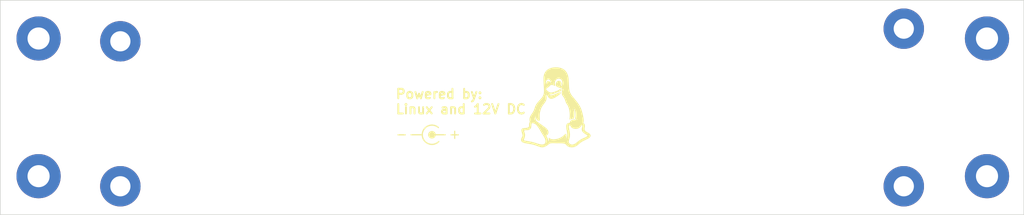
<source format=kicad_pcb>
(kicad_pcb (version 20240108) (generator "pcbnew") (generator_version "8.0")
  (layers (0 "F.Cu" signal) (31 "B.Cu" signal) (34 "B.Paste" user) (35 "F.Paste" user) (36 "B.SilkS" user "B.Silkscreen") (37 "F.SilkS" user "F.Silkscreen") (38 "B.Mask" user) (39 "F.Mask" user) (44 "Edge.Cuts" user))
  (net 0 "")
  (footprint "MountingHole:MountingHole_3.2mm_M3_Pad" (layer "F.Cu") (at 211.364 102.946)
    (property "Reference" "H4" (hide yes))
    (property "Value" "MountingHole" (hide yes))
    (pad "1" thru_hole circle (at 0 0) (size 6.4 6.4) (drill 3.2) (layers "*.Cu" "*.Mask"))
  )
  (footprint "MountingHole:MountingHole_3.5mm_Pad" (layer "F.Cu") (at 74.422 79.502)
    (property "Reference" "H7" (hide yes))
    (property "Value" "MountingHole" (hide yes))
    (pad "1" thru_hole circle (at 0 0) (size 7 7) (drill 3.5) (layers "*.Cu" "*.Mask"))
  )
  (footprint "MountingHole:MountingHole_3.2mm_M3_Pad" (layer "F.Cu") (at 211.364 77.946)
    (property "Reference" "H3" (hide yes))
    (property "Value" "MountingHole" (hide yes))
    (pad "1" thru_hole circle (at 0 0) (size 6.4 6.4) (drill 3.2) (layers "*.Cu" "*.Mask"))
  )
  (footprint "MountingHole:MountingHole_3.5mm_Pad" (layer "F.Cu") (at 224.536 101.346)
    (property "Reference" "H6" (hide yes))
    (property "Value" "MountingHole" (hide yes))
    (pad "1" thru_hole circle (at 0 0) (size 7 7) (drill 3.5) (layers "*.Cu" "*.Mask"))
  )
  (footprint "MountingHole:MountingHole_3.2mm_M3_Pad" (layer "F.Cu") (at 87.364 79.946)
    (property "Reference" "H1" (hide yes))
    (property "Value" "MountingHole" (hide yes))
    (pad "1" thru_hole circle (at 0 0) (size 6.4 6.4) (drill 3.2) (layers "*.Cu" "*.Mask"))
  )
  (footprint "MountingHole:MountingHole_3.5mm_Pad" (layer "F.Cu") (at 224.536 79.502)
    (property "Reference" "H5" (hide yes))
    (property "Value" "MountingHole" (hide yes))
    (pad "1" thru_hole circle (at 0 0) (size 7 7) (drill 3.5) (layers "*.Cu" "*.Mask"))
  )
  (footprint "anders:TUX" (layer "F.Cu") (at 156.295196 90.424)
    (property "Reference" "REF**" (hide yes))
    (property "Value" "TUX" (hide yes))
  )
  (footprint "MountingHole:MountingHole_3.5mm_Pad" (layer "F.Cu") (at 74.422 101.346)
    (property "Reference" "H8" (hide yes))
    (property "Value" "MountingHole" (hide yes))
    (pad "1" thru_hole circle (at 0 0) (size 7 7) (drill 3.5) (layers "*.Cu" "*.Mask"))
  )
  (footprint "MountingHole:MountingHole_3.2mm_M3_Pad" (layer "F.Cu") (at 87.364 102.946)
    (property "Reference" "H2" (hide yes))
    (property "Value" "MountingHole" (hide yes))
    (pad "1" thru_hole circle (at 0 0) (size 6.4 6.4) (drill 3.2) (layers "*.Cu" "*.Mask"))
  )
  (gr_line (start 133.380974 94.774) (end 135.15235 94.774) (stroke (width 0.2)) (layer "F.SilkS"))
  (gr_line (start 136.680974 94.774) (end 138.780974 94.774) (stroke (width 0.2)) (layer "F.SilkS"))
  (gr_circle (center 136.680974 94.774) (end 137.180974 94.774) (stroke (width 0.2)) (fill solid) (layer "F.SilkS"))
  (gr_arc (start 137.762341 95.855367) (mid 135.15235 94.81892) (end 137.696975 93.631001) (stroke (width 0.2)) (layer "F.SilkS"))
  (gr_line (start 68.364 107.446) (end 230.364 107.446) (stroke (width 0.1)) (layer "Edge.Cuts"))
  (gr_line (start 68.364 73.446) (end 68.364 107.446) (stroke (width 0.1)) (layer "Edge.Cuts"))
  (gr_line (start 230.364 73.446) (end 230.364 107.446) (stroke (width 0.1)) (layer "Edge.Cuts"))
  (gr_line (start 68.364 73.446) (end 230.364 73.446) (stroke (width 0.1)) (layer "Edge.Cuts"))
  (gr_text "Powered by:\nLinux and 12V DC" (at 130.8 91.6 0) (layer "F.SilkS") (effects (font (size 1.5 1.5) (thickness 0.3) (bold yes)) (justify left bottom)))
  (gr_text "+" (at 140.280974 94.674 0) (layer "F.SilkS") (effects (font (size 1.5 1.5) (thickness 0.2))))
  (gr_text "-" (at 131.880974 94.674 0) (layer "F.SilkS") (effects (font (size 1.5 1.5) (thickness 0.2))))
)
</source>
